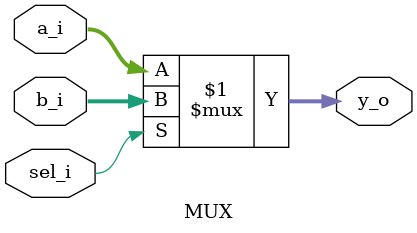
<source format=v>
module MUX (
    a_i,
    b_i,
    sel_i,
    y_o
);

input [31:0] a_i;
input [31:0] b_i;
input sel_i;
output [31:0] y_o;

assign y_o = sel_i ? b_i : a_i;
    
endmodule
</source>
